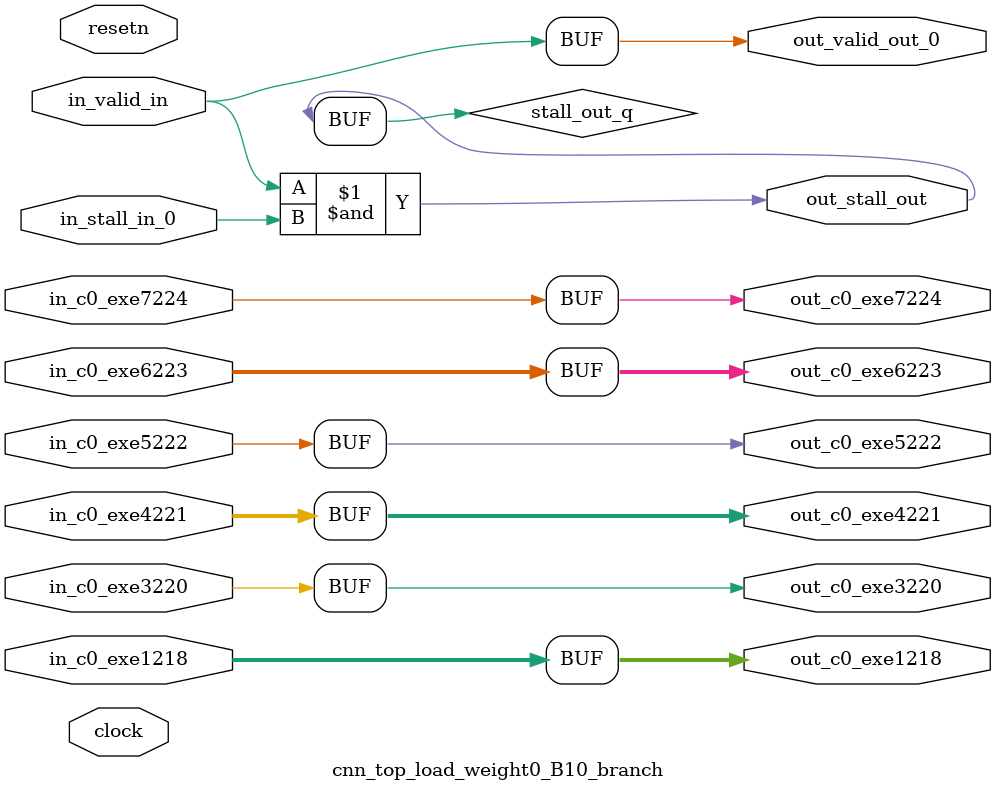
<source format=sv>



(* altera_attribute = "-name AUTO_SHIFT_REGISTER_RECOGNITION OFF; -name MESSAGE_DISABLE 10036; -name MESSAGE_DISABLE 10037; -name MESSAGE_DISABLE 14130; -name MESSAGE_DISABLE 14320; -name MESSAGE_DISABLE 15400; -name MESSAGE_DISABLE 14130; -name MESSAGE_DISABLE 10036; -name MESSAGE_DISABLE 12020; -name MESSAGE_DISABLE 12030; -name MESSAGE_DISABLE 12010; -name MESSAGE_DISABLE 12110; -name MESSAGE_DISABLE 14320; -name MESSAGE_DISABLE 13410; -name MESSAGE_DISABLE 113007; -name MESSAGE_DISABLE 10958" *)
module cnn_top_load_weight0_B10_branch (
    input wire [31:0] in_c0_exe1218,
    input wire [0:0] in_c0_exe3220,
    input wire [31:0] in_c0_exe4221,
    input wire [0:0] in_c0_exe5222,
    input wire [31:0] in_c0_exe6223,
    input wire [0:0] in_c0_exe7224,
    input wire [0:0] in_stall_in_0,
    input wire [0:0] in_valid_in,
    output wire [31:0] out_c0_exe1218,
    output wire [0:0] out_c0_exe3220,
    output wire [31:0] out_c0_exe4221,
    output wire [0:0] out_c0_exe5222,
    output wire [31:0] out_c0_exe6223,
    output wire [0:0] out_c0_exe7224,
    output wire [0:0] out_stall_out,
    output wire [0:0] out_valid_out_0,
    input wire clock,
    input wire resetn
    );

    wire [0:0] stall_out_q;


    // out_c0_exe1218(GPOUT,10)
    assign out_c0_exe1218 = in_c0_exe1218;

    // out_c0_exe3220(GPOUT,11)
    assign out_c0_exe3220 = in_c0_exe3220;

    // out_c0_exe4221(GPOUT,12)
    assign out_c0_exe4221 = in_c0_exe4221;

    // out_c0_exe5222(GPOUT,13)
    assign out_c0_exe5222 = in_c0_exe5222;

    // out_c0_exe6223(GPOUT,14)
    assign out_c0_exe6223 = in_c0_exe6223;

    // out_c0_exe7224(GPOUT,15)
    assign out_c0_exe7224 = in_c0_exe7224;

    // stall_out(LOGICAL,18)
    assign stall_out_q = in_valid_in & in_stall_in_0;

    // out_stall_out(GPOUT,16)
    assign out_stall_out = stall_out_q;

    // out_valid_out_0(GPOUT,17)
    assign out_valid_out_0 = in_valid_in;

endmodule

</source>
